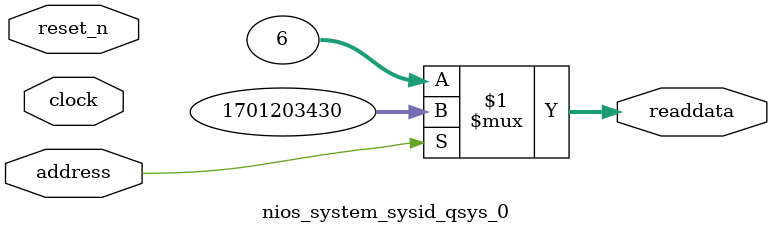
<source format=v>



// synthesis translate_off
`timescale 1ns / 1ps
// synthesis translate_on

// turn off superfluous verilog processor warnings 
// altera message_level Level1 
// altera message_off 10034 10035 10036 10037 10230 10240 10030 

module nios_system_sysid_qsys_0 (
               // inputs:
                address,
                clock,
                reset_n,

               // outputs:
                readdata
             )
;

  output  [ 31: 0] readdata;
  input            address;
  input            clock;
  input            reset_n;

  wire    [ 31: 0] readdata;
  //control_slave, which is an e_avalon_slave
  assign readdata = address ? 1701203430 : 6;

endmodule



</source>
